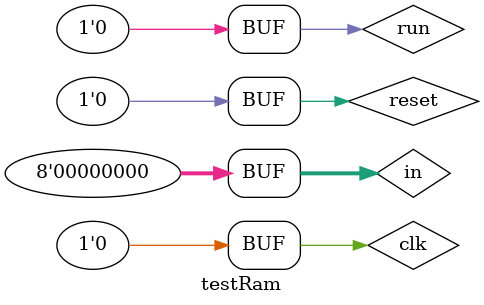
<source format=v>
`timescale 1ns / 1ps


module testRam;

	// Inputs
	reg clk;
	reg reset;
	reg [7:0] in;
	reg run;

	// Outputs
	wire [7:0] out;

	// Instantiate the Unit Under Test (UUT)
	ramcontroler uut (
		.clk(clk), 
		.reset(reset), 
		.in(in), 
		.out(out), 
		.run(run)
	);

	initial begin
		// Initialize Inputs
		clk = 0;
		reset = 0;
		in = 0;
		run = 0;

		// Wait 100 ns for global reset to finish
		#100;
        
		// Add stimulus here

	end
      
endmodule


</source>
